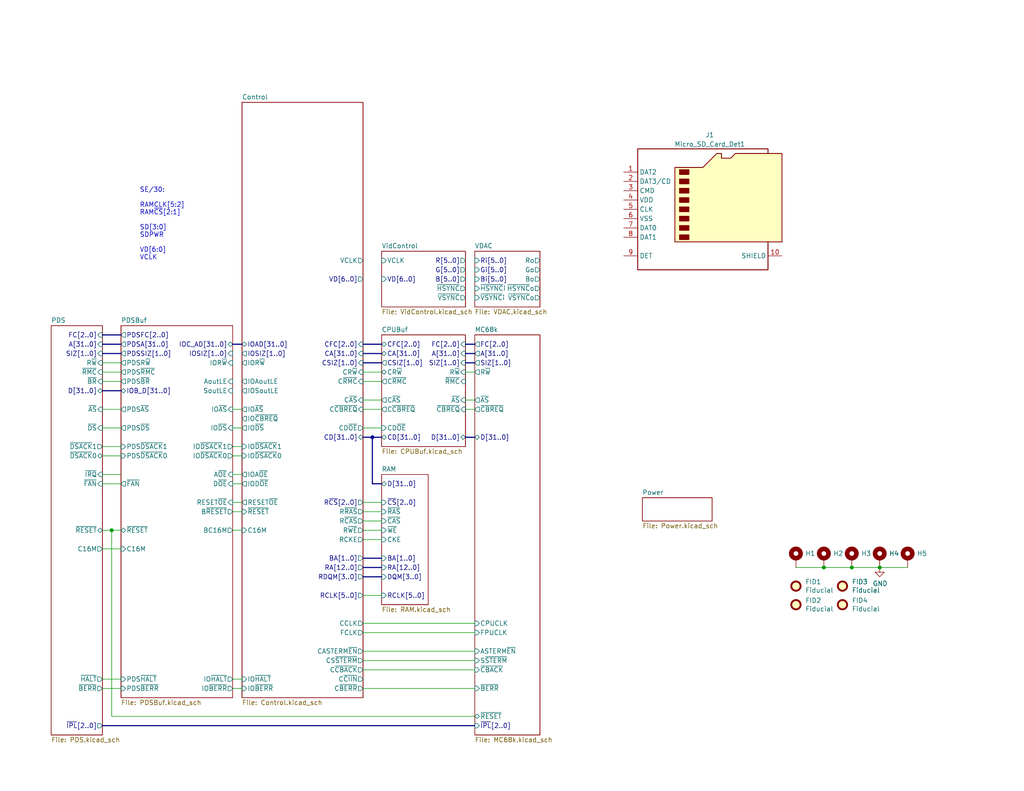
<source format=kicad_sch>
(kicad_sch (version 20230121) (generator eeschema)
  (paper "USLetter")
  (title_block (title "RAM2E II") (date "2020-07-25") (rev "1.0") (company "Garrett's Workshop"))
  (lib_symbols
    (symbol "Connector:Micro_SD_Card_Det1"
      (property "Reference" "J" (at -16.51 17.78 0))
      (property "Value" "Micro_SD_Card_Det1" (at 16.51 17.78 0))
      (symbol "Micro_SD_Card_Det1_0_1"
        (rectangle (start -7.62 -6.985) (end -5.08 -8.255) (stroke (width 0.254)) (fill (type outline)))
        (rectangle (start -7.62 -4.445) (end -5.08 -5.715) (stroke (width 0.254)) (fill (type outline)))
        (rectangle (start -7.62 -1.905) (end -5.08 -3.175) (stroke (width 0.254)) (fill (type outline)))
        (rectangle (start -7.62 0.635) (end -5.08 -0.635) (stroke (width 0.254)) (fill (type outline)))
        (rectangle (start -7.62 3.175) (end -5.08 1.905) (stroke (width 0.254)) (fill (type outline)))
        (rectangle (start -7.62 5.715) (end -5.08 4.445) (stroke (width 0.254)) (fill (type outline)))
        (rectangle (start -7.62 8.255) (end -5.08 6.985) (stroke (width 0.254)) (fill (type outline)))
        (rectangle (start -7.62 10.795) (end -5.08 9.525) (stroke (width 0.254)) (fill (type outline)))
        (polyline (pts (xy 16.51 15.24) (xy 16.51 16.51) (xy -19.05 16.51) (xy -19.05 -16.51) (xy 16.51 -16.51) (xy 16.51 -8.89)) (stroke (width 0.254)))
        (polyline (pts (xy -8.89 -8.89) (xy -8.89 11.43) (xy -1.27 11.43) (xy 2.54 15.24) (xy 3.81 15.24) (xy 3.81 13.97) (xy 6.35 13.97) (xy 7.62 15.24) (xy 20.32 15.24) (xy 20.32 -8.89) (xy -8.89 -8.89)) (stroke (width 0.254)) (fill (type background)))
      )
      (symbol "Micro_SD_Card_Det1_1_1"
        (pin bidirectional line (at -22.86 10.16 0) (length 3.81) (name "DAT2") (number "1"))
        (pin passive line (at 20.32 -12.7 180) (length 3.81) (name "SHIELD") (number "10"))
        (pin bidirectional line (at -22.86 7.62 0) (length 3.81) (name "DAT3/CD") (number "2"))
        (pin input line (at -22.86 5.08 0) (length 3.81) (name "CMD") (number "3"))
        (pin power_in line (at -22.86 2.54 0) (length 3.81) (name "VDD") (number "4"))
        (pin input line (at -22.86 0 0) (length 3.81) (name "CLK") (number "5"))
        (pin power_in line (at -22.86 -2.54 0) (length 3.81) (name "VSS") (number "6"))
        (pin bidirectional line (at -22.86 -5.08 0) (length 3.81) (name "DAT0") (number "7"))
        (pin bidirectional line (at -22.86 -7.62 0) (length 3.81) (name "DAT1") (number "8"))
        (pin passive line (at -22.86 -12.7 0) (length 3.81) (name "DET") (number "9"))
      )
    )
    (symbol "Mechanical:Fiducial"
      (property "Reference" "FID" (at 0 5.08 0))
      (property "Value" "Fiducial" (at 0 3.175 0))
      (symbol "Fiducial_0_1"
        (circle (center 0 0) (radius 1.27) (stroke (width 0.508)) (fill (type background)))
      )
    )
    (symbol "Mechanical:MountingHole_Pad" (pin_numbers hide) (pin_names (offset 1.016) hide)
      (property "Reference" "H" (at 0 6.35 0))
      (property "Value" "MountingHole_Pad" (at 0 4.445 0))
      (symbol "MountingHole_Pad_0_1"
        (circle (center 0 1.27) (radius 1.27) (stroke (width 1.27)))
      )
      (symbol "MountingHole_Pad_1_1"
        (pin input line (at 0 -2.54 90) (length 2.54) (name "1") (number "1"))
      )
    )
    (symbol "power:GND" (power) (pin_names (offset 0))
      (property "Value" "GND" (at 0 -3.81 0))
      (symbol "GND_0_1"
        (polyline (pts (xy 0 0) (xy 0 -1.27) (xy 1.27 -1.27) (xy 0 -2.54) (xy -1.27 -1.27) (xy 0 -1.27)))
      )
      (symbol "GND_1_1"
        (pin power_in line (at 0 0 270) (length 0) hide (name "GND") (number "1"))
      )
    )
  )
  (junction (at 101.6 119.38))
  (junction (at 232.41 154.94))
  (junction (at 240.03 154.94))
  (junction (at 224.79 154.94))
  (junction (at 30.48 144.78))
  (wire (pts (xy 99.06 177.8) (xy 129.54 177.8)))
  (wire (pts (xy 30.48 144.78) (xy 30.48 195.58)))
  (bus (pts (xy 101.6 132.08) (xy 104.14 132.08)))
  (wire (pts (xy 99.06 187.96) (xy 129.54 187.96)))
  (bus (pts (xy 127 96.52) (xy 129.54 96.52)))
  (bus (pts (xy 27.94 198.12) (xy 129.54 198.12)))
  (bus (pts (xy 104.14 99.06) (xy 99.06 99.06)))
  (wire (pts (xy 27.94 144.78) (xy 30.48 144.78)))
  (wire (pts (xy 99.06 104.14) (xy 104.14 104.14)))
  (wire (pts (xy 27.94 99.06) (xy 33.02 99.06)))
  (wire (pts (xy 129.54 111.76) (xy 127 111.76)))
  (wire (pts (xy 66.04 121.92) (xy 63.5 121.92)))
  (wire (pts (xy 99.06 172.72) (xy 129.54 172.72)))
  (bus (pts (xy 104.14 152.4) (xy 99.06 152.4)))
  (wire (pts (xy 99.06 111.76) (xy 104.14 111.76)))
  (wire (pts (xy 247.65 154.94) (xy 240.03 154.94)))
  (wire (pts (xy 99.06 180.34) (xy 129.54 180.34)))
  (bus (pts (xy 127 99.06) (xy 129.54 99.06)))
  (wire (pts (xy 33.02 121.92) (xy 27.94 121.92)))
  (bus (pts (xy 127 93.98) (xy 129.54 93.98)))
  (wire (pts (xy 129.54 109.22) (xy 127 109.22)))
  (wire (pts (xy 33.02 116.84) (xy 27.94 116.84)))
  (wire (pts (xy 66.04 111.76) (xy 63.5 111.76)))
  (bus (pts (xy 101.6 119.38) (xy 104.14 119.38)))
  (wire (pts (xy 66.04 116.84) (xy 63.5 116.84)))
  (bus (pts (xy 104.14 154.94) (xy 99.06 154.94)))
  (wire (pts (xy 99.06 116.84) (xy 104.14 116.84)))
  (wire (pts (xy 30.48 144.78) (xy 33.02 144.78)))
  (wire (pts (xy 66.04 185.42) (xy 63.5 185.42)))
  (wire (pts (xy 99.06 109.22) (xy 104.14 109.22)))
  (wire (pts (xy 99.06 139.7) (xy 104.14 139.7)))
  (wire (pts (xy 99.06 147.32) (xy 104.14 147.32)))
  (wire (pts (xy 240.03 154.94) (xy 232.41 154.94)))
  (wire (pts (xy 99.06 142.24) (xy 104.14 142.24)))
  (wire (pts (xy 27.94 129.54) (xy 33.02 129.54)))
  (wire (pts (xy 66.04 124.46) (xy 63.5 124.46)))
  (bus (pts (xy 27.94 91.44) (xy 33.02 91.44)))
  (wire (pts (xy 33.02 185.42) (xy 27.94 185.42)))
  (wire (pts (xy 66.04 139.7) (xy 63.5 139.7)))
  (wire (pts (xy 99.06 144.78) (xy 104.14 144.78)))
  (wire (pts (xy 99.06 137.16) (xy 104.14 137.16)))
  (wire (pts (xy 66.04 137.16) (xy 63.5 137.16)))
  (wire (pts (xy 99.06 182.88) (xy 129.54 182.88)))
  (wire (pts (xy 224.79 154.94) (xy 217.17 154.94)))
  (wire (pts (xy 99.06 101.6) (xy 104.14 101.6)))
  (wire (pts (xy 30.48 195.58) (xy 129.54 195.58)))
  (bus (pts (xy 63.5 93.98) (xy 66.04 93.98)))
  (bus (pts (xy 99.06 119.38) (xy 101.6 119.38)))
  (wire (pts (xy 27.94 101.6) (xy 33.02 101.6)))
  (bus (pts (xy 99.06 93.98) (xy 104.14 93.98)))
  (wire (pts (xy 27.94 104.14) (xy 33.02 104.14)))
  (wire (pts (xy 27.94 187.96) (xy 33.02 187.96)))
  (wire (pts (xy 99.06 170.18) (xy 129.54 170.18)))
  (wire (pts (xy 33.02 124.46) (xy 27.94 124.46)))
  (wire (pts (xy 66.04 187.96) (xy 63.5 187.96)))
  (bus (pts (xy 101.6 119.38) (xy 101.6 132.08)))
  (bus (pts (xy 127 119.38) (xy 129.54 119.38)))
  (wire (pts (xy 27.94 132.08) (xy 33.02 132.08)))
  (wire (pts (xy 33.02 111.76) (xy 27.94 111.76)))
  (wire (pts (xy 66.04 144.78) (xy 63.5 144.78)))
  (bus (pts (xy 27.94 106.68) (xy 33.02 106.68)))
  (wire (pts (xy 99.06 162.56) (xy 104.14 162.56)))
  (bus (pts (xy 104.14 157.48) (xy 99.06 157.48)))
  (wire (pts (xy 66.04 129.54) (xy 63.5 129.54)))
  (wire (pts (xy 66.04 132.08) (xy 63.5 132.08)))
  (bus (pts (xy 99.06 96.52) (xy 104.14 96.52)))
  (bus (pts (xy 27.94 96.52) (xy 33.02 96.52)))
  (wire (pts (xy 27.94 149.86) (xy 33.02 149.86)))
  (wire (pts (xy 232.41 154.94) (xy 224.79 154.94)))
  (wire (pts (xy 129.54 101.6) (xy 127 101.6)))
  (bus (pts (xy 27.94 93.98) (xy 33.02 93.98)))
  (text "SE/30:\n\nRAMCLK[5:2]\nRAM~{CS}[2:1]\n\nSD[3:0]\nSDPWR\n\nVD[6:0]\nVCLK\n" (at 38.1 71.12 0) (effects (font (size 1.27 1.27)) (justify left bottom)))
  (symbol (lib_id "Mechanical:Fiducial") (at 217.17 160.02 0) (unit 1)
    (property "Reference" "FID1" (at 219.71 158.8516 0) (effects (justify left)))
    (property "Value" "Fiducial" (at 219.71 161.163 0) (effects (justify left)))
    (property "Footprint" "stdpads:Fiducial" (effects hide))
  )
  (symbol (lib_id "Mechanical:Fiducial") (at 229.87 160.02 0) (unit 1)
    (property "Reference" "FID3" (at 232.41 158.8516 0) (effects (justify left)))
    (property "Value" "Fiducial" (at 232.41 161.163 0) (effects (justify left)))
    (property "Footprint" "stdpads:Fiducial" (effects hide))
  )
  (symbol (lib_id "Mechanical:Fiducial") (at 217.17 165.1 0) (unit 1)
    (property "Reference" "FID2" (at 219.71 163.9316 0) (effects (justify left)))
    (property "Value" "Fiducial" (at 219.71 166.243 0) (effects (justify left)))
    (property "Footprint" "stdpads:Fiducial" (effects hide))
  )
  (symbol (lib_id "Mechanical:Fiducial") (at 229.87 165.1 0) (unit 1)
    (property "Reference" "FID4" (at 232.41 163.9316 0) (effects (justify left)))
    (property "Value" "Fiducial" (at 232.41 166.243 0) (effects (justify left)))
    (property "Footprint" "stdpads:Fiducial" (effects hide))
  )
  (symbol (lib_id "Mechanical:MountingHole_Pad") (at 217.17 152.4 0) (unit 1)
    (property "Reference" "H1" (at 219.71 151.1046 0) (effects (justify left)))
    (property "Value" " " (at 219.71 153.416 0) (effects (justify left)))
    (property "Footprint" "stdpads:PasteHole_1.1mm_PTH" (effects hide))
  )
  (symbol (lib_id "Mechanical:MountingHole_Pad") (at 224.79 152.4 0) (unit 1)
    (property "Reference" "H2" (at 227.33 151.1046 0) (effects (justify left)))
    (property "Value" " " (at 227.33 153.416 0) (effects (justify left)))
    (property "Footprint" "stdpads:PasteHole_1.1mm_PTH" (effects hide))
  )
  (symbol (lib_id "Mechanical:MountingHole_Pad") (at 232.41 152.4 0) (unit 1)
    (property "Reference" "H3" (at 234.95 151.1046 0) (effects (justify left)))
    (property "Value" " " (at 234.95 153.416 0) (effects (justify left)))
    (property "Footprint" "stdpads:PasteHole_1.1mm_PTH" (effects hide))
  )
  (symbol (lib_id "Mechanical:MountingHole_Pad") (at 240.03 152.4 0) (unit 1)
    (property "Reference" "H4" (at 242.57 151.1046 0) (effects (justify left)))
    (property "Value" " " (at 242.57 153.416 0) (effects (justify left)))
    (property "Footprint" "stdpads:PasteHole_1.1mm_PTH" (effects hide))
  )
  (symbol (lib_id "power:GND") (at 240.03 154.94 0) (unit 1)
    (property "Reference" "#PWR0101" (effects hide))
    (property "Value" "GND" (at 240.157 159.3342 0))
  )
  (symbol (lib_id "Mechanical:MountingHole_Pad") (at 247.65 152.4 0) (unit 1)
    (property "Reference" "H5" (at 250.19 151.1046 0) (effects (justify left)))
    (property "Value" " " (at 250.19 153.416 0) (effects (justify left)))
    (property "Footprint" "stdpads:PasteHole_1.1mm_PTH" (effects hide))
  )
  (symbol (lib_id "Connector:Micro_SD_Card_Det1") (at 193.04 57.15 0) (unit 1)
    (property "Reference" "J1" (at 193.675 36.83 0))
    (property "Value" "Micro_SD_Card_Det1" (at 193.675 39.37 0))
    (property "Datasheet" "https://datasheet.lcsc.com/lcsc/2110151630_XKB-Connectivity-XKTF-015-N_C381082.pdf" (effects hide))
  )
  (sheet (at 13.97 88.9) (size 13.97 111.76)
    (property "Sheetname" "PDS" (at 13.97 88.1884 0) (effects (justify left bottom)))
    (property "Sheetfile" "PDS.kicad_sch" (at 13.97 201.2446 0) (effects (justify left top)))
    (pin "A[31..0]" input (at 27.94 93.98 0))
    (pin "~{AS}" input (at 27.94 111.76 0))
    (pin "R~{W}" input (at 27.94 99.06 0))
    (pin "~{RESET}" bidirectional (at 27.94 144.78 0))
    (pin "~{BERR}" output (at 27.94 187.96 0))
    (pin "C16M" output (at 27.94 149.86 0))
    (pin "~{DS}" input (at 27.94 116.84 0))
    (pin "~{DSACK}0" bidirectional (at 27.94 124.46 0))
    (pin "~{DSACK}1" output (at 27.94 121.92 0))
    (pin "SIZ[1..0]" input (at 27.94 96.52 0))
    (pin "~{HALT}" output (at 27.94 185.42 0))
    (pin "FC[2..0]" input (at 27.94 91.44 0))
    (pin "~{RMC}" input (at 27.94 101.6 0))
    (pin "D[31..0]" bidirectional (at 27.94 106.68 0))
    (pin "~{IPL}[2..0]" output (at 27.94 198.12 0))
    (pin "~{IRQ}" input (at 27.94 129.54 0))
    (pin "~{BR}" input (at 27.94 104.14 0))
    (pin "~{FAN}" input (at 27.94 132.08 0))
  )
  (sheet (at 66.04 27.94) (size 33.02 162.56)
    (property "Sheetname" "Control" (at 66.04 27.2284 0) (effects (justify left bottom)))
    (property "Sheetfile" "Control.kicad_sch" (at 66.04 191.0846 0) (effects (justify left top)))
    (pin "CR~{W}" input (at 99.06 101.6 0))
    (pin "CA[31..0]" input (at 99.06 96.52 0))
    (pin "C16M" input (at 66.04 144.78 180))
    (pin "IO~{HALT}" input (at 66.04 185.42 180))
    (pin "IO~{DSACK}0" input (at 66.04 124.46 180))
    (pin "IO~{BERR}" input (at 66.04 187.96 180))
    (pin "CFC[2..0]" input (at 99.06 93.98 0))
    (pin "RESET~{OE}" output (at 66.04 137.16 180))
    (pin "~{RESET}" input (at 66.04 139.7 180))
    (pin "CD[31..0]" bidirectional (at 99.06 119.38 0))
    (pin "C~{AS}" input (at 99.06 109.22 0))
    (pin "CSIZ[1..0]" input (at 99.06 99.06 0))
    (pin "C~{CBREQ}" input (at 99.06 111.76 0))
    (pin "CS~{STERM}" output (at 99.06 180.34 0))
    (pin "C~{CBACK}" output (at 99.06 182.88 0))
    (pin "C~{BERR}" output (at 99.06 187.96 0))
    (pin "R~{CS}[2..0]" output (at 99.06 137.16 0))
    (pin "R~{RAS}" output (at 99.06 139.7 0))
    (pin "R~{CAS}" output (at 99.06 142.24 0))
    (pin "R~{WE}" output (at 99.06 144.78 0))
    (pin "RCKE" output (at 99.06 147.32 0))
    (pin "BA[1..0]" output (at 99.06 152.4 0))
    (pin "RA[12..0]" output (at 99.06 154.94 0))
    (pin "RDQM[3..0]" output (at 99.06 157.48 0))
    (pin "RCLK[5..0]" output (at 99.06 162.56 0))
    (pin "IOAD[31..0]" bidirectional (at 66.04 93.98 180))
    (pin "C~{CIIN}" output (at 99.06 185.42 0))
    (pin "CCLK" output (at 99.06 170.18 0))
    (pin "FCLK" output (at 99.06 172.72 0))
    (pin "C~{RMC}" input (at 99.06 104.14 0))
    (pin "CD~{OE}" output (at 99.06 116.84 0))
    (pin "IOD~{OE}" output (at 66.04 132.08 180))
    (pin "IOA~{OE}" output (at 66.04 129.54 180))
    (pin "IO~{CBREQ}" output (at 66.04 114.3 180))
    (pin "IOAoutLE" output (at 66.04 104.14 180))
    (pin "IO~{AS}" output (at 66.04 111.76 180))
    (pin "IO~{DS}" output (at 66.04 116.84 180))
    (pin "IOR~{W}" output (at 66.04 99.06 180))
    (pin "IOSoutLE" output (at 66.04 106.68 180))
    (pin "IO~{DSACK}1" input (at 66.04 121.92 180))
    (pin "IOSIZ[1..0]" output (at 66.04 96.52 180))
    (pin "CASTERM~{EN}" output (at 99.06 177.8 0))
    (pin "VD[6..0]" output (at 99.06 76.2 0))
    (pin "VCLK" output (at 99.06 71.12 0))
  )
  (sheet (at 129.54 91.44) (size 17.78 109.22)
    (property "Sheetname" "MC68k" (at 129.54 90.7284 0) (effects (justify left bottom)))
    (property "Sheetfile" "MC68k.kicad_sch" (at 129.54 201.2446 0) (effects (justify left top)))
    (pin "~{AS}" output (at 129.54 109.22 180))
    (pin "~{RESET}" bidirectional (at 129.54 195.58 180))
    (pin "~{BERR}" input (at 129.54 187.96 180))
    (pin "~{CBREQ}" output (at 129.54 111.76 180))
    (pin "D[31..0]" bidirectional (at 129.54 119.38 180))
    (pin "R~{W}" output (at 129.54 101.6 180))
    (pin "A[31..0]" output (at 129.54 96.52 180))
    (pin "FC[2..0]" output (at 129.54 93.98 180))
    (pin "SIZ[1..0]" output (at 129.54 99.06 180))
    (pin "~{IPL}[2..0]" input (at 129.54 198.12 180))
    (pin "CPUCLK" input (at 129.54 170.18 180))
    (pin "S~{STERM}" input (at 129.54 180.34 180))
    (pin "~{CBACK}" input (at 129.54 182.88 180))
    (pin "FPUCLK" input (at 129.54 172.72 180))
    (pin "ASTERM~{EN}" input (at 129.54 177.8 180))
  )
  (sheet (at 33.02 88.9) (size 30.48 101.6)
    (property "Sheetname" "PDSBuf" (at 33.02 88.1884 0) (effects (justify left bottom)))
    (property "Sheetfile" "PDSBuf.kicad_sch" (at 33.02 191.0846 0) (effects (justify left top)))
    (pin "A~{OE}" input (at 63.5 129.54 0))
    (pin "D~{OE}" input (at 63.5 132.08 0))
    (pin "IOB_D[31..0]" bidirectional (at 33.02 106.68 180))
    (pin "IOC_AD[31..0]" bidirectional (at 63.5 93.98 0))
    (pin "RESET~{OE}" input (at 63.5 137.16 0))
    (pin "AoutLE" input (at 63.5 104.14 0))
    (pin "SoutLE" input (at 63.5 106.68 0))
    (pin "~{FAN}" output (at 33.02 132.08 180))
    (pin "IOR~{W}" input (at 63.5 99.06 0))
    (pin "IOSIZ[1..0]" input (at 63.5 96.52 0))
    (pin "PDSFC[2..0]" output (at 33.02 91.44 180))
    (pin "PDSSIZ[1..0]" output (at 33.02 96.52 180))
    (pin "PDS~{RMC}" output (at 33.02 101.6 180))
    (pin "PDSA[31..0]" output (at 33.02 93.98 180))
    (pin "PDS~{BR}" output (at 33.02 104.14 180))
    (pin "PDS~{DS}" output (at 33.02 116.84 180))
    (pin "PDS~{AS}" output (at 33.02 111.76 180))
    (pin "IO~{AS}" input (at 63.5 111.76 0))
    (pin "IO~{DS}" input (at 63.5 116.84 0))
    (pin "PDSR~{W}" output (at 33.02 99.06 180))
    (pin "BC16M" output (at 63.5 144.78 0))
    (pin "B~{RESET}" output (at 63.5 139.7 0))
    (pin "IO~{DSACK}1" output (at 63.5 121.92 0))
    (pin "IO~{BERR}" output (at 63.5 187.96 0))
    (pin "IO~{HALT}" output (at 63.5 185.42 0))
    (pin "IO~{DSACK}0" output (at 63.5 124.46 0))
    (pin "~{RESET}" bidirectional (at 33.02 144.78 180))
    (pin "PDS~{DSACK}1" input (at 33.02 121.92 180))
    (pin "PDS~{DSACK}0" input (at 33.02 124.46 180))
    (pin "PDS~{HALT}" input (at 33.02 185.42 180))
    (pin "C16M" input (at 33.02 149.86 180))
    (pin "PDS~{BERR}" input (at 33.02 187.96 180))
  )
  (sheet (at 104.14 91.44) (size 22.86 30.48)
    (property "Sheetname" "CPUBuf" (at 104.14 90.7284 0) (effects (justify left bottom)))
    (property "Sheetfile" "CPUBuf.kicad_sch" (at 104.14 122.5046 0) (effects (justify left top)))
    (pin "CD~{OE}" input (at 104.14 116.84 180))
    (pin "D[31..0]" bidirectional (at 127 119.38 0))
    (pin "~{CBREQ}" input (at 127 111.76 0))
    (pin "~{AS}" input (at 127 109.22 0))
    (pin "R~{W}" input (at 127 101.6 0))
    (pin "C~{AS}" output (at 104.14 109.22 180))
    (pin "CR~{W}" tri_state (at 104.14 101.6 180))
    (pin "CA[31..0]" tri_state (at 104.14 96.52 180))
    (pin "A[31..0]" input (at 127 96.52 0))
    (pin "CFC[2..0]" tri_state (at 104.14 93.98 180))
    (pin "CSIZ[1..0]" output (at 104.14 99.06 180))
    (pin "C~{CBREQ}" output (at 104.14 111.76 180))
    (pin "CD[31..0]" bidirectional (at 104.14 119.38 180))
    (pin "FC[2..0]" input (at 127 93.98 0))
    (pin "SIZ[1..0]" input (at 127 99.06 0))
    (pin "C~{RMC}" output (at 104.14 104.14 180))
    (pin "~{RMC}" input (at 127 104.14 0))
  )
  (sheet (at 104.14 129.54) (size 12.7 35.56)
    (property "Sheetname" "RAM" (at 104.14 128.8284 0) (effects (justify left bottom)))
    (property "Sheetfile" "RAM.kicad_sch" (at 104.14 165.6846 0) (effects (justify left top)))
    (pin "~{RAS}" input (at 104.14 139.7 180))
    (pin "~{CAS}" input (at 104.14 142.24 180))
    (pin "~{CS}[2..0]" input (at 104.14 137.16 180))
    (pin "~{WE}" input (at 104.14 144.78 180))
    (pin "CKE" input (at 104.14 147.32 180))
    (pin "RCLK[5..0]" input (at 104.14 162.56 180))
    (pin "RA[12..0]" input (at 104.14 154.94 180))
    (pin "D[31..0]" bidirectional (at 104.14 132.08 180))
    (pin "BA[1..0]" input (at 104.14 152.4 180))
    (pin "DQM[3..0]" input (at 104.14 157.48 180))
  )
  (sheet (at 175.26 135.89) (size 19.05 6.35) (stroke (width 0.1524))
    (property "Sheetname" "Power" (at 175.26 135.1784 0) (effects (justify left bottom)))
    (property "Sheetfile" "Power.kicad_sch" (at 175.26 142.8246 0) (effects (justify left top)))
  )
  (sheet (at 104.14 68.58) (size 22.86 15.24) (stroke (width 0.1524))
    (property "Sheetname" "VidControl" (at 104.14 67.8684 0) (effects (justify left bottom)))
    (property "Sheetfile" "VidControl.kicad_sch" (at 104.14 84.4046 0) (effects (justify left top)))
    (pin "VD[6..0]" input (at 104.14 76.2 180))
    (pin "VCLK" input (at 104.14 71.12 180))
    (pin "G[5..0]" output (at 127 73.66 0))
    (pin "R[5..0]" output (at 127 71.12 0))
    (pin "B[5..0]" output (at 127 76.2 0))
    (pin "~{VSYNC}" output (at 127 81.28 0))
    (pin "~{HSYNC}" output (at 127 78.74 0))
  )
  (sheet (at 129.54 68.58) (size 17.78 15.24) (stroke (width 0.1524))
    (property "Sheetname" "VDAC" (at 129.54 67.8684 0) (effects (justify left bottom)))
    (property "Sheetfile" "VDAC.kicad_sch" (at 129.54 84.4046 0) (effects (justify left top)))
    (pin "~{VSYNC}o" output (at 147.32 81.28 0))
    (pin "Ro" output (at 147.32 71.12 0))
    (pin "Go" output (at 147.32 73.66 0))
    (pin "~{HSYNC}o" output (at 147.32 78.74 0))
    (pin "Bo" output (at 147.32 76.2 0))
    (pin "~{HSYNC}i" input (at 129.54 78.74 180))
    (pin "Gi[5..0]" input (at 129.54 73.66 180))
    (pin "Bi[5..0]" input (at 129.54 76.2 180))
    (pin "~{VSYNC}i" input (at 129.54 81.28 180))
    (pin "Ri[5..0]" input (at 129.54 71.12 180))
  )
)
</source>
